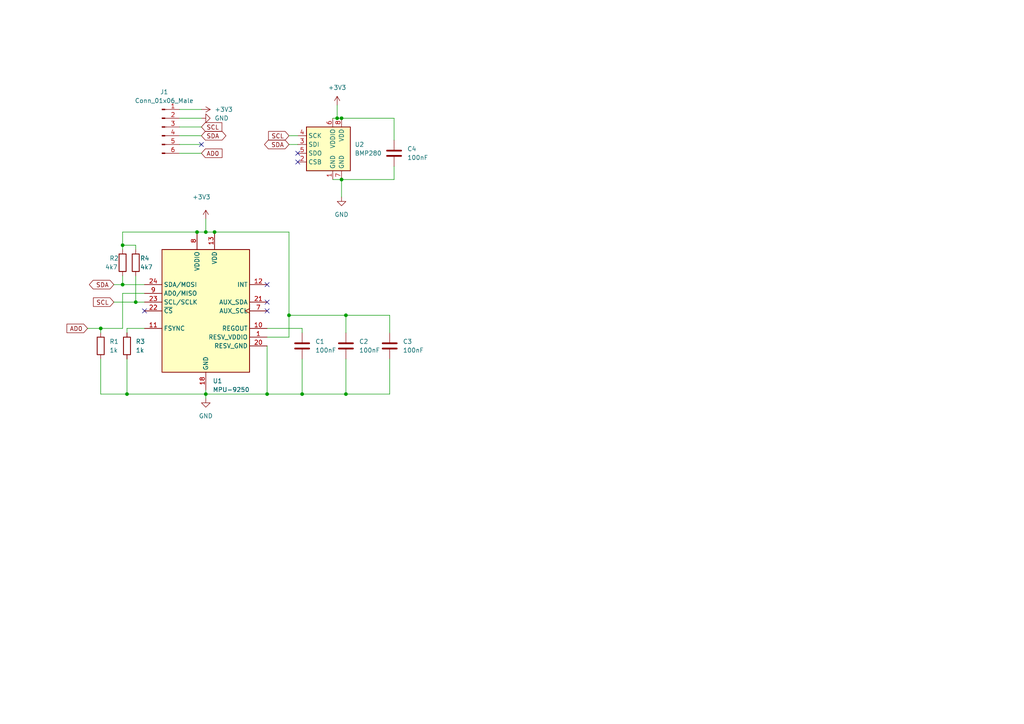
<source format=kicad_sch>
(kicad_sch (version 20211123) (generator eeschema)
  (paper "A4")
  (lib_symbols
    (symbol "Connector:Conn_01x06_Male" (pin_names (offset 1.016) hide)
      (property "Reference" "J" (at 0 7.62 0))
      (property "Value" "Conn_01x06_Male" (at 0 -10.16 0))
      (symbol "Conn_01x06_Male_1_1"
        (polyline (pts (xy 1.27 -7.62) (xy 0.8636 -7.62)) (stroke (width 0.1524)))
        (polyline (pts (xy 1.27 -5.08) (xy 0.8636 -5.08)) (stroke (width 0.1524)))
        (polyline (pts (xy 1.27 -2.54) (xy 0.8636 -2.54)) (stroke (width 0.1524)))
        (polyline (pts (xy 1.27 0) (xy 0.8636 0)) (stroke (width 0.1524)))
        (polyline (pts (xy 1.27 2.54) (xy 0.8636 2.54)) (stroke (width 0.1524)))
        (polyline (pts (xy 1.27 5.08) (xy 0.8636 5.08)) (stroke (width 0.1524)))
        (rectangle (start 0.8636 -7.493) (end 0 -7.747) (stroke (width 0.1524)) (fill (type outline)))
        (rectangle (start 0.8636 -4.953) (end 0 -5.207) (stroke (width 0.1524)) (fill (type outline)))
        (rectangle (start 0.8636 -2.413) (end 0 -2.667) (stroke (width 0.1524)) (fill (type outline)))
        (rectangle (start 0.8636 0.127) (end 0 -0.127) (stroke (width 0.1524)) (fill (type outline)))
        (rectangle (start 0.8636 2.667) (end 0 2.413) (stroke (width 0.1524)) (fill (type outline)))
        (rectangle (start 0.8636 5.207) (end 0 4.953) (stroke (width 0.1524)) (fill (type outline)))
        (pin passive line (at 5.08 5.08 180) (length 3.81) (name "Pin_1") (number "1"))
        (pin passive line (at 5.08 2.54 180) (length 3.81) (name "Pin_2") (number "2"))
        (pin passive line (at 5.08 0 180) (length 3.81) (name "Pin_3") (number "3"))
        (pin passive line (at 5.08 -2.54 180) (length 3.81) (name "Pin_4") (number "4"))
        (pin passive line (at 5.08 -5.08 180) (length 3.81) (name "Pin_5") (number "5"))
        (pin passive line (at 5.08 -7.62 180) (length 3.81) (name "Pin_6") (number "6"))
      )
    )
    (symbol "Device:C" (pin_numbers hide) (pin_names (offset 0.254))
      (property "Reference" "C" (at 0.635 2.54 0))
      (property "Value" "C" (at 0.635 -2.54 0))
      (symbol "C_0_1"
        (polyline (pts (xy -2.032 -0.762) (xy 2.032 -0.762)) (stroke (width 0.508)))
        (polyline (pts (xy -2.032 0.762) (xy 2.032 0.762)) (stroke (width 0.508)))
      )
      (symbol "C_1_1"
        (pin passive line (at 0 3.81 270) (length 2.794) (name "~") (number "1"))
        (pin passive line (at 0 -3.81 90) (length 2.794) (name "~") (number "2"))
      )
    )
    (symbol "Device:R" (pin_numbers hide) (pin_names (offset 0))
      (property "Reference" "R" (at 2.032 0 90))
      (property "Value" "R" (at 0 0 90))
      (symbol "R_0_1"
        (rectangle (start -1.016 -2.54) (end 1.016 2.54) (stroke (width 0.254)))
      )
      (symbol "R_1_1"
        (pin passive line (at 0 3.81 270) (length 1.27) (name "~") (number "1"))
        (pin passive line (at 0 -3.81 90) (length 1.27) (name "~") (number "2"))
      )
    )
    (symbol "Sensor_Motion:MPU-9250"
      (property "Reference" "U" (at -11.43 19.05 0))
      (property "Value" "MPU-9250" (at 7.62 -19.05 0))
      (symbol "MPU-9250_0_1"
        (rectangle (start -12.7 17.78) (end 12.7 -17.78) (stroke (width 0.254)) (fill (type background)))
      )
      (symbol "MPU-9250_1_1"
        (pin input line (at 17.78 -7.62 180) (length 5.08) (name "RESV_VDDIO") (number "1"))
        (pin passive line (at 17.78 -5.08 180) (length 5.08) (name "REGOUT") (number "10"))
        (pin input line (at -17.78 -5.08 0) (length 5.08) (name "FSYNC") (number "11"))
        (pin output line (at 17.78 7.62 180) (length 5.08) (name "INT") (number "12"))
        (pin power_in line (at 2.54 22.86 270) (length 5.08) (name "VDD") (number "13"))
        (pin power_in line (at 0 -22.86 90) (length 5.08) (name "GND") (number "18"))
        (pin power_in line (at 17.78 -10.16 180) (length 5.08) (name "RESV_GND") (number "20"))
        (pin bidirectional line (at 17.78 2.54 180) (length 5.08) (name "AUX_SDA") (number "21"))
        (pin input line (at -17.78 0 0) (length 5.08) (name "~{CS}") (number "22"))
        (pin input line (at -17.78 2.54 0) (length 5.08) (name "SCL/SCLK") (number "23"))
        (pin bidirectional line (at -17.78 7.62 0) (length 5.08) (name "SDA/MOSI") (number "24"))
        (pin output clock (at 17.78 0 180) (length 5.08) (name "AUX_SCL") (number "7"))
        (pin power_in line (at -2.54 22.86 270) (length 5.08) (name "VDDIO") (number "8"))
        (pin bidirectional line (at -17.78 5.08 0) (length 5.08) (name "AD0/MISO") (number "9"))
      )
    )
    (symbol "Sensor_Pressure:BMP280"
      (property "Reference" "U" (at -7.62 10.16 0))
      (property "Value" "BMP280" (at 5.08 10.16 0))
      (symbol "BMP280_0_1"
        (rectangle (start -7.62 -5.08) (end 5.08 7.62) (stroke (width 0.254)) (fill (type background)))
      )
      (symbol "BMP280_1_1"
        (pin power_in line (at 0 -7.62 90) (length 2.54) (name "GND") (number "1"))
        (pin input line (at -10.16 -2.54 0) (length 2.54) (name "CSB") (number "2"))
        (pin bidirectional line (at -10.16 2.54 0) (length 2.54) (name "SDI") (number "3"))
        (pin input line (at -10.16 5.08 0) (length 2.54) (name "SCK") (number "4"))
        (pin bidirectional line (at -10.16 0 0) (length 2.54) (name "SDO") (number "5"))
        (pin power_in line (at 0 10.16 270) (length 2.54) (name "VDDIO") (number "6"))
        (pin power_in line (at 2.54 -7.62 90) (length 2.54) (name "GND") (number "7"))
        (pin power_in line (at 2.54 10.16 270) (length 2.54) (name "VDD") (number "8"))
      )
    )
    (symbol "power:+3.3V" (power) (pin_names (offset 0))
      (property "Value" "+3.3V" (at 0 3.556 0))
      (symbol "+3.3V_0_1"
        (polyline (pts (xy -0.762 1.27) (xy 0 2.54)))
        (polyline (pts (xy 0 0) (xy 0 2.54)))
        (polyline (pts (xy 0 2.54) (xy 0.762 1.27)))
      )
      (symbol "+3.3V_1_1"
        (pin power_in line (at 0 0 90) (length 0) hide (name "+3V3") (number "1"))
      )
    )
    (symbol "power:GND" (power) (pin_names (offset 0))
      (property "Value" "GND" (at 0 -3.81 0))
      (symbol "GND_0_1"
        (polyline (pts (xy 0 0) (xy 0 -1.27) (xy 1.27 -1.27) (xy 0 -2.54) (xy -1.27 -1.27) (xy 0 -1.27)))
      )
      (symbol "GND_1_1"
        (pin power_in line (at 0 0 270) (length 0) hide (name "GND") (number "1"))
      )
    )
  )
  (junction (at 83.82 91.44))
  (junction (at 100.33 91.44))
  (junction (at 35.56 71.12))
  (junction (at 97.79 34.29))
  (junction (at 99.06 34.29))
  (junction (at 62.23 67.31))
  (junction (at 57.15 67.31))
  (junction (at 100.33 114.3))
  (junction (at 59.69 114.3))
  (junction (at 35.56 82.55))
  (junction (at 29.21 95.25))
  (junction (at 99.06 52.07))
  (junction (at 87.63 114.3))
  (junction (at 39.37 87.63))
  (junction (at 77.47 114.3))
  (junction (at 36.83 114.3))
  (junction (at 59.69 67.31))
  (no_connect (at 86.36 44.45))
  (no_connect (at 86.36 46.99))
  (no_connect (at 77.47 82.55))
  (no_connect (at 77.47 87.63))
  (no_connect (at 41.91 90.17))
  (no_connect (at 77.47 90.17))
  (no_connect (at 58.42 41.91))
  (wire (pts (xy 77.47 114.3) (xy 59.69 114.3)))
  (wire (pts (xy 100.33 91.44) (xy 100.33 96.52)))
  (wire (pts (xy 52.07 34.29) (xy 58.42 34.29)))
  (wire (pts (xy 35.56 82.55) (xy 41.91 82.55)))
  (wire (pts (xy 77.47 97.79) (xy 83.82 97.79)))
  (wire (pts (xy 77.47 95.25) (xy 87.63 95.25)))
  (wire (pts (xy 52.07 44.45) (xy 58.42 44.45)))
  (wire (pts (xy 36.83 114.3) (xy 59.69 114.3)))
  (wire (pts (xy 114.3 48.26) (xy 114.3 52.07)))
  (wire (pts (xy 99.06 34.29) (xy 114.3 34.29)))
  (wire (pts (xy 97.79 30.48) (xy 97.79 34.29)))
  (wire (pts (xy 39.37 71.12) (xy 39.37 72.39)))
  (wire (pts (xy 113.03 96.52) (xy 113.03 91.44)))
  (wire (pts (xy 25.4 95.25) (xy 29.21 95.25)))
  (wire (pts (xy 83.82 67.31) (xy 83.82 91.44)))
  (wire (pts (xy 52.07 39.37) (xy 58.42 39.37)))
  (wire (pts (xy 100.33 114.3) (xy 87.63 114.3)))
  (wire (pts (xy 59.69 114.3) (xy 59.69 115.57)))
  (wire (pts (xy 100.33 104.14) (xy 100.33 114.3)))
  (wire (pts (xy 41.91 85.09) (xy 35.56 85.09)))
  (wire (pts (xy 87.63 95.25) (xy 87.63 96.52)))
  (wire (pts (xy 52.07 31.75) (xy 58.42 31.75)))
  (wire (pts (xy 35.56 85.09) (xy 35.56 95.25)))
  (wire (pts (xy 29.21 95.25) (xy 29.21 96.52)))
  (wire (pts (xy 113.03 114.3) (xy 100.33 114.3)))
  (wire (pts (xy 87.63 104.14) (xy 87.63 114.3)))
  (wire (pts (xy 41.91 95.25) (xy 36.83 95.25)))
  (wire (pts (xy 52.07 36.83) (xy 58.42 36.83)))
  (wire (pts (xy 87.63 114.3) (xy 77.47 114.3)))
  (wire (pts (xy 57.15 67.31) (xy 35.56 67.31)))
  (wire (pts (xy 36.83 95.25) (xy 36.83 96.52)))
  (wire (pts (xy 39.37 87.63) (xy 41.91 87.63)))
  (wire (pts (xy 39.37 80.01) (xy 39.37 87.63)))
  (wire (pts (xy 59.69 113.03) (xy 59.69 114.3)))
  (wire (pts (xy 33.02 87.63) (xy 39.37 87.63)))
  (wire (pts (xy 96.52 52.07) (xy 99.06 52.07)))
  (wire (pts (xy 35.56 80.01) (xy 35.56 82.55)))
  (wire (pts (xy 113.03 91.44) (xy 100.33 91.44)))
  (wire (pts (xy 35.56 71.12) (xy 39.37 71.12)))
  (wire (pts (xy 35.56 95.25) (xy 29.21 95.25)))
  (wire (pts (xy 114.3 40.64) (xy 114.3 34.29)))
  (wire (pts (xy 29.21 114.3) (xy 36.83 114.3)))
  (wire (pts (xy 35.56 72.39) (xy 35.56 71.12)))
  (wire (pts (xy 83.82 91.44) (xy 100.33 91.44)))
  (wire (pts (xy 29.21 104.14) (xy 29.21 114.3)))
  (wire (pts (xy 59.69 67.31) (xy 59.69 63.5)))
  (wire (pts (xy 113.03 104.14) (xy 113.03 114.3)))
  (wire (pts (xy 97.79 34.29) (xy 99.06 34.29)))
  (wire (pts (xy 77.47 100.33) (xy 77.47 114.3)))
  (wire (pts (xy 36.83 104.14) (xy 36.83 114.3)))
  (wire (pts (xy 83.82 91.44) (xy 83.82 97.79)))
  (wire (pts (xy 35.56 82.55) (xy 33.02 82.55)))
  (wire (pts (xy 114.3 52.07) (xy 99.06 52.07)))
  (wire (pts (xy 83.82 41.91) (xy 86.36 41.91)))
  (wire (pts (xy 96.52 34.29) (xy 97.79 34.29)))
  (wire (pts (xy 83.82 39.37) (xy 86.36 39.37)))
  (wire (pts (xy 35.56 67.31) (xy 35.56 71.12)))
  (wire (pts (xy 62.23 67.31) (xy 83.82 67.31)))
  (wire (pts (xy 52.07 41.91) (xy 58.42 41.91)))
  (wire (pts (xy 59.69 67.31) (xy 62.23 67.31)))
  (wire (pts (xy 99.06 52.07) (xy 99.06 57.15)))
  (wire (pts (xy 57.15 67.31) (xy 59.69 67.31)))
  (global_label "SDA" (shape bidirectional) (at 83.82 41.91 180) (property "Referências entre as folhas" "${INTERSHEET_REFS}" (effects hide)))
  (global_label "AD0" (shape input) (at 25.4 95.25 180) (property "Referências entre as folhas" "${INTERSHEET_REFS}" (effects hide)))
  (global_label "SDA" (shape bidirectional) (at 58.42 39.37 0) (property "Referências entre as folhas" "${INTERSHEET_REFS}" (effects hide)))
  (global_label "SCL" (shape input) (at 58.42 36.83 0) (property "Referências entre as folhas" "${INTERSHEET_REFS}" (effects hide)))
  (global_label "SCL" (shape input) (at 83.82 39.37 180) (property "Referências entre as folhas" "${INTERSHEET_REFS}" (effects hide)))
  (global_label "AD0" (shape input) (at 58.42 44.45 0) (property "Referências entre as folhas" "${INTERSHEET_REFS}" (effects hide)))
  (global_label "SCL" (shape input) (at 33.02 87.63 180) (property "Referências entre as folhas" "${INTERSHEET_REFS}" (effects hide)))
  (global_label "SDA" (shape bidirectional) (at 33.02 82.55 180) (property "Referências entre as folhas" "${INTERSHEET_REFS}" (effects hide)))
  (symbol (lib_id "Device:R") (at 36.83 100.33 180) (unit 1)
    (property "Reference" "R3" (at 39.37 99.0599 0) (effects (justify right)))
    (property "Value" "1k" (at 39.37 101.5999 0) (effects (justify right)))
    (property "Footprint" "Resistor_SMD:R_0603_1608Metric" (effects hide))
  )
  (symbol (lib_id "Device:R") (at 29.21 100.33 0) (unit 1)
    (property "Reference" "R1" (at 31.75 99.0599 0) (effects (justify left)))
    (property "Value" "1k" (at 31.75 101.5999 0) (effects (justify left)))
    (property "Footprint" "Resistor_SMD:R_0603_1608Metric" (effects hide))
  )
  (symbol (lib_id "Device:C") (at 87.63 100.33 0) (unit 1)
    (property "Reference" "C1" (at 91.44 99.0599 0) (effects (justify left)))
    (property "Value" "100nF" (at 91.44 101.5999 0) (effects (justify left)))
    (property "Footprint" "Capacitor_SMD:C_0603_1608Metric" (effects hide))
  )
  (symbol (lib_id "Sensor_Pressure:BMP280") (at 96.52 44.45 0) (unit 1)
    (property "Reference" "U2" (at 102.87 41.9099 0) (effects (justify left)))
    (property "Value" "BMP280" (at 102.87 44.4499 0) (effects (justify left)))
    (property "Footprint" "Package_LGA:Bosch_LGA-8_2x2.5mm_P0.65mm_ClockwisePinNumbering" (effects hide))
    (property "Datasheet" "https://ae-bst.resource.bosch.com/media/_tech/media/datasheets/BST-BMP280-DS001.pdf" (effects hide))
  )
  (symbol (lib_id "Device:C") (at 114.3 44.45 0) (unit 1)
    (property "Reference" "C4" (at 118.11 43.1799 0) (effects (justify left)))
    (property "Value" "100nF" (at 118.11 45.7199 0) (effects (justify left)))
    (property "Footprint" "Capacitor_SMD:C_0603_1608Metric" (effects hide))
  )
  (symbol (lib_id "Device:R") (at 35.56 76.2 0) (unit 1)
    (property "Reference" "R2" (at 31.75 74.93 0) (effects (justify left)))
    (property "Value" "4k7" (at 30.48 77.47 0) (effects (justify left)))
    (property "Footprint" "Resistor_SMD:R_0603_1608Metric" (effects hide))
  )
  (symbol (lib_id "Sensor_Motion:MPU-9250") (at 59.69 90.17 0) (unit 1)
    (property "Reference" "U1" (at 61.7094 110.49 0) (effects (justify left)))
    (property "Value" "MPU-9250" (at 61.7094 113.03 0) (effects (justify left)))
    (property "Footprint" "Sensor_Motion:InvenSense_QFN-24_3x3mm_P0.4mm" (effects hide))
    (property "Datasheet" "https://store.invensense.com/datasheets/invensense/MPU9250REV1.0.pdf" (effects hide))
  )
  (symbol (lib_id "Device:R") (at 39.37 76.2 0) (unit 1)
    (property "Reference" "R4" (at 40.64 74.93 0) (effects (justify left)))
    (property "Value" "4k7" (at 40.64 77.47 0) (effects (justify left)))
    (property "Footprint" "Resistor_SMD:R_0603_1608Metric" (effects hide))
  )
  (symbol (lib_id "Device:C") (at 113.03 100.33 0) (unit 1)
    (property "Reference" "C3" (at 116.84 99.0599 0) (effects (justify left)))
    (property "Value" "100nF" (at 116.84 101.5999 0) (effects (justify left)))
    (property "Footprint" "Capacitor_SMD:C_0603_1608Metric" (effects hide))
  )
  (symbol (lib_id "power:+3.3V") (at 58.42 31.75 270) (unit 1)
    (property "Reference" "#PWR01" (effects hide))
    (property "Value" "+3.3V" (at 62.23 31.7499 90) (effects (justify left)))
  )
  (symbol (lib_id "Connector:Conn_01x06_Male") (at 46.99 36.83 0) (unit 1)
    (property "Reference" "J1" (at 47.625 26.67 0))
    (property "Value" "Conn_01x06_Male" (at 47.625 29.21 0))
    (property "Footprint" "Connector_PinHeader_2.54mm:PinHeader_1x06_P2.54mm_Vertical" (effects hide))
  )
  (symbol (lib_id "Device:C") (at 100.33 100.33 0) (unit 1)
    (property "Reference" "C2" (at 104.14 99.0599 0) (effects (justify left)))
    (property "Value" "100nF" (at 104.14 101.5999 0) (effects (justify left)))
    (property "Footprint" "Capacitor_SMD:C_0603_1608Metric" (effects hide))
  )
  (symbol (lib_id "power:+3.3V") (at 59.69 63.5 0) (unit 1)
    (property "Reference" "#PWR03" (effects hide))
    (property "Value" "+3.3V" (at 58.42 57.15 0))
  )
  (symbol (lib_id "power:GND") (at 59.69 115.57 0) (unit 1)
    (property "Reference" "#PWR04" (effects hide))
    (property "Value" "GND" (at 59.69 120.65 0))
  )
  (symbol (lib_id "power:GND") (at 58.42 34.29 90) (unit 1)
    (property "Reference" "#PWR02" (effects hide))
    (property "Value" "GND" (at 62.23 34.2899 90) (effects (justify right)))
  )
  (symbol (lib_id "power:GND") (at 99.06 57.15 0) (unit 1)
    (property "Reference" "#PWR06" (effects hide))
    (property "Value" "GND" (at 99.06 62.23 0))
  )
  (symbol (lib_id "power:+3.3V") (at 97.79 30.48 0) (unit 1)
    (property "Reference" "#PWR05" (effects hide))
    (property "Value" "+3.3V" (at 97.79 25.4 0))
  )
)
</source>
